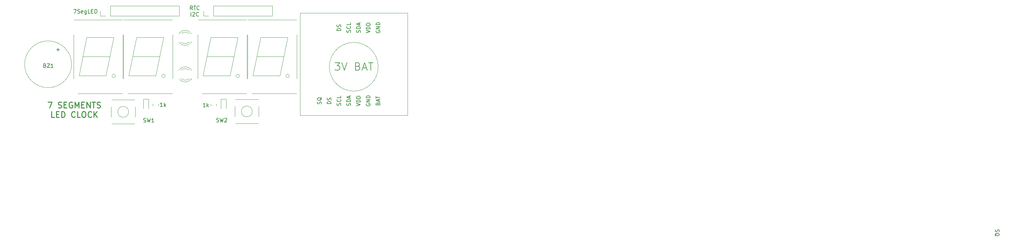
<source format=gbr>
G04 #@! TF.GenerationSoftware,KiCad,Pcbnew,(5.1.5)-2*
G04 #@! TF.CreationDate,2020-04-10T10:41:52+07:00*
G04 #@! TF.ProjectId,KIT_7SegLED_74HC595,4b49545f-3753-4656-974c-45445f373448,rev?*
G04 #@! TF.SameCoordinates,Original*
G04 #@! TF.FileFunction,Legend,Top*
G04 #@! TF.FilePolarity,Positive*
%FSLAX46Y46*%
G04 Gerber Fmt 4.6, Leading zero omitted, Abs format (unit mm)*
G04 Created by KiCad (PCBNEW (5.1.5)-2) date 2020-04-10 10:41:52*
%MOMM*%
%LPD*%
G04 APERTURE LIST*
%ADD10C,0.250000*%
%ADD11C,0.150000*%
%ADD12C,0.120000*%
G04 APERTURE END LIST*
D10*
X135875771Y-54011771D02*
X136875771Y-54011771D01*
X136232914Y-55511771D01*
X138518628Y-55440342D02*
X138732914Y-55511771D01*
X139090057Y-55511771D01*
X139232914Y-55440342D01*
X139304342Y-55368914D01*
X139375771Y-55226057D01*
X139375771Y-55083200D01*
X139304342Y-54940342D01*
X139232914Y-54868914D01*
X139090057Y-54797485D01*
X138804342Y-54726057D01*
X138661485Y-54654628D01*
X138590057Y-54583200D01*
X138518628Y-54440342D01*
X138518628Y-54297485D01*
X138590057Y-54154628D01*
X138661485Y-54083200D01*
X138804342Y-54011771D01*
X139161485Y-54011771D01*
X139375771Y-54083200D01*
X140018628Y-54726057D02*
X140518628Y-54726057D01*
X140732914Y-55511771D02*
X140018628Y-55511771D01*
X140018628Y-54011771D01*
X140732914Y-54011771D01*
X142161485Y-54083200D02*
X142018628Y-54011771D01*
X141804342Y-54011771D01*
X141590057Y-54083200D01*
X141447200Y-54226057D01*
X141375771Y-54368914D01*
X141304342Y-54654628D01*
X141304342Y-54868914D01*
X141375771Y-55154628D01*
X141447200Y-55297485D01*
X141590057Y-55440342D01*
X141804342Y-55511771D01*
X141947200Y-55511771D01*
X142161485Y-55440342D01*
X142232914Y-55368914D01*
X142232914Y-54868914D01*
X141947200Y-54868914D01*
X142875771Y-55511771D02*
X142875771Y-54011771D01*
X143375771Y-55083200D01*
X143875771Y-54011771D01*
X143875771Y-55511771D01*
X144590057Y-54726057D02*
X145090057Y-54726057D01*
X145304342Y-55511771D02*
X144590057Y-55511771D01*
X144590057Y-54011771D01*
X145304342Y-54011771D01*
X145947200Y-55511771D02*
X145947200Y-54011771D01*
X146804342Y-55511771D01*
X146804342Y-54011771D01*
X147304342Y-54011771D02*
X148161485Y-54011771D01*
X147732914Y-55511771D02*
X147732914Y-54011771D01*
X148590057Y-55440342D02*
X148804342Y-55511771D01*
X149161485Y-55511771D01*
X149304342Y-55440342D01*
X149375771Y-55368914D01*
X149447200Y-55226057D01*
X149447200Y-55083200D01*
X149375771Y-54940342D01*
X149304342Y-54868914D01*
X149161485Y-54797485D01*
X148875771Y-54726057D01*
X148732914Y-54654628D01*
X148661485Y-54583200D01*
X148590057Y-54440342D01*
X148590057Y-54297485D01*
X148661485Y-54154628D01*
X148732914Y-54083200D01*
X148875771Y-54011771D01*
X149232914Y-54011771D01*
X149447200Y-54083200D01*
X137518628Y-58011771D02*
X136804342Y-58011771D01*
X136804342Y-56511771D01*
X138018628Y-57226057D02*
X138518628Y-57226057D01*
X138732914Y-58011771D02*
X138018628Y-58011771D01*
X138018628Y-56511771D01*
X138732914Y-56511771D01*
X139375771Y-58011771D02*
X139375771Y-56511771D01*
X139732914Y-56511771D01*
X139947200Y-56583200D01*
X140090057Y-56726057D01*
X140161485Y-56868914D01*
X140232914Y-57154628D01*
X140232914Y-57368914D01*
X140161485Y-57654628D01*
X140090057Y-57797485D01*
X139947200Y-57940342D01*
X139732914Y-58011771D01*
X139375771Y-58011771D01*
X142875771Y-57868914D02*
X142804342Y-57940342D01*
X142590057Y-58011771D01*
X142447200Y-58011771D01*
X142232914Y-57940342D01*
X142090057Y-57797485D01*
X142018628Y-57654628D01*
X141947200Y-57368914D01*
X141947200Y-57154628D01*
X142018628Y-56868914D01*
X142090057Y-56726057D01*
X142232914Y-56583200D01*
X142447200Y-56511771D01*
X142590057Y-56511771D01*
X142804342Y-56583200D01*
X142875771Y-56654628D01*
X144232914Y-58011771D02*
X143518628Y-58011771D01*
X143518628Y-56511771D01*
X145018628Y-56511771D02*
X145304342Y-56511771D01*
X145447200Y-56583200D01*
X145590057Y-56726057D01*
X145661485Y-57011771D01*
X145661485Y-57511771D01*
X145590057Y-57797485D01*
X145447200Y-57940342D01*
X145304342Y-58011771D01*
X145018628Y-58011771D01*
X144875771Y-57940342D01*
X144732914Y-57797485D01*
X144661485Y-57511771D01*
X144661485Y-57011771D01*
X144732914Y-56726057D01*
X144875771Y-56583200D01*
X145018628Y-56511771D01*
X147161485Y-57868914D02*
X147090057Y-57940342D01*
X146875771Y-58011771D01*
X146732914Y-58011771D01*
X146518628Y-57940342D01*
X146375771Y-57797485D01*
X146304342Y-57654628D01*
X146232914Y-57368914D01*
X146232914Y-57154628D01*
X146304342Y-56868914D01*
X146375771Y-56726057D01*
X146518628Y-56583200D01*
X146732914Y-56511771D01*
X146875771Y-56511771D01*
X147090057Y-56583200D01*
X147161485Y-56654628D01*
X147804342Y-58011771D02*
X147804342Y-56511771D01*
X148661485Y-58011771D02*
X148018628Y-57154628D01*
X148661485Y-56511771D02*
X147804342Y-57368914D01*
D11*
X173013809Y-31630880D02*
X173013809Y-30630880D01*
X173442380Y-30726119D02*
X173490000Y-30678500D01*
X173585238Y-30630880D01*
X173823333Y-30630880D01*
X173918571Y-30678500D01*
X173966190Y-30726119D01*
X174013809Y-30821357D01*
X174013809Y-30916595D01*
X173966190Y-31059452D01*
X173394761Y-31630880D01*
X174013809Y-31630880D01*
X175013809Y-31535642D02*
X174966190Y-31583261D01*
X174823333Y-31630880D01*
X174728095Y-31630880D01*
X174585238Y-31583261D01*
X174490000Y-31488023D01*
X174442380Y-31392785D01*
X174394761Y-31202309D01*
X174394761Y-31059452D01*
X174442380Y-30868976D01*
X174490000Y-30773738D01*
X174585238Y-30678500D01*
X174728095Y-30630880D01*
X174823333Y-30630880D01*
X174966190Y-30678500D01*
X175013809Y-30726119D01*
X173418571Y-29979880D02*
X173085238Y-29503690D01*
X172847142Y-29979880D02*
X172847142Y-28979880D01*
X173228095Y-28979880D01*
X173323333Y-29027500D01*
X173370952Y-29075119D01*
X173418571Y-29170357D01*
X173418571Y-29313214D01*
X173370952Y-29408452D01*
X173323333Y-29456071D01*
X173228095Y-29503690D01*
X172847142Y-29503690D01*
X173704285Y-28979880D02*
X174275714Y-28979880D01*
X173990000Y-29979880D02*
X173990000Y-28979880D01*
X175180476Y-29884642D02*
X175132857Y-29932261D01*
X174990000Y-29979880D01*
X174894761Y-29979880D01*
X174751904Y-29932261D01*
X174656666Y-29837023D01*
X174609047Y-29741785D01*
X174561428Y-29551309D01*
X174561428Y-29408452D01*
X174609047Y-29217976D01*
X174656666Y-29122738D01*
X174751904Y-29027500D01*
X174894761Y-28979880D01*
X174990000Y-28979880D01*
X175132857Y-29027500D01*
X175180476Y-29075119D01*
X142557880Y-29868880D02*
X143224547Y-29868880D01*
X142795976Y-30868880D01*
X143557880Y-30821261D02*
X143700738Y-30868880D01*
X143938833Y-30868880D01*
X144034071Y-30821261D01*
X144081690Y-30773642D01*
X144129309Y-30678404D01*
X144129309Y-30583166D01*
X144081690Y-30487928D01*
X144034071Y-30440309D01*
X143938833Y-30392690D01*
X143748357Y-30345071D01*
X143653119Y-30297452D01*
X143605500Y-30249833D01*
X143557880Y-30154595D01*
X143557880Y-30059357D01*
X143605500Y-29964119D01*
X143653119Y-29916500D01*
X143748357Y-29868880D01*
X143986452Y-29868880D01*
X144129309Y-29916500D01*
X144938833Y-30821261D02*
X144843595Y-30868880D01*
X144653119Y-30868880D01*
X144557880Y-30821261D01*
X144510261Y-30726023D01*
X144510261Y-30345071D01*
X144557880Y-30249833D01*
X144653119Y-30202214D01*
X144843595Y-30202214D01*
X144938833Y-30249833D01*
X144986452Y-30345071D01*
X144986452Y-30440309D01*
X144510261Y-30535547D01*
X145843595Y-30202214D02*
X145843595Y-31011738D01*
X145795976Y-31106976D01*
X145748357Y-31154595D01*
X145653119Y-31202214D01*
X145510261Y-31202214D01*
X145415023Y-31154595D01*
X145843595Y-30821261D02*
X145748357Y-30868880D01*
X145557880Y-30868880D01*
X145462642Y-30821261D01*
X145415023Y-30773642D01*
X145367404Y-30678404D01*
X145367404Y-30392690D01*
X145415023Y-30297452D01*
X145462642Y-30249833D01*
X145557880Y-30202214D01*
X145748357Y-30202214D01*
X145843595Y-30249833D01*
X146795976Y-30868880D02*
X146319785Y-30868880D01*
X146319785Y-29868880D01*
X147129309Y-30345071D02*
X147462642Y-30345071D01*
X147605500Y-30868880D02*
X147129309Y-30868880D01*
X147129309Y-29868880D01*
X147605500Y-29868880D01*
X148034071Y-30868880D02*
X148034071Y-29868880D01*
X148272166Y-29868880D01*
X148415023Y-29916500D01*
X148510261Y-30011738D01*
X148557880Y-30106976D01*
X148605500Y-30297452D01*
X148605500Y-30440309D01*
X148557880Y-30630785D01*
X148510261Y-30726023D01*
X148415023Y-30821261D01*
X148272166Y-30868880D01*
X148034071Y-30868880D01*
D12*
X194179500Y-31619500D02*
X194179500Y-28959500D01*
X178879500Y-31619500D02*
X194179500Y-31619500D01*
X178879500Y-28959500D02*
X194179500Y-28959500D01*
X178879500Y-31619500D02*
X178879500Y-28959500D01*
X177609500Y-31619500D02*
X176279500Y-31619500D01*
X176279500Y-31619500D02*
X176279500Y-30289500D01*
X221678500Y-44831000D02*
G75*
G03X221678500Y-44831000I-6350000J0D01*
G01*
X201358500Y-57531000D02*
X229298500Y-57531000D01*
X201358500Y-30861000D02*
X201358500Y-57531000D01*
X229298500Y-30861000D02*
X201358500Y-30861000D01*
X229298500Y-57531000D02*
X229298500Y-30861000D01*
X155460601Y-47916499D02*
X155460601Y-36486499D01*
X168280601Y-47916499D02*
X168280601Y-36486499D01*
X156570601Y-51836499D02*
X168170601Y-51836499D01*
X168170601Y-32566499D02*
X155570601Y-32566499D01*
X158870601Y-37201499D02*
X157870601Y-42201499D01*
X157870601Y-42201499D02*
X156870601Y-47201499D01*
X156870601Y-47201499D02*
X163870601Y-47201499D01*
X163870601Y-47201499D02*
X164870601Y-42201499D01*
X165870601Y-37201499D02*
X164870601Y-42201499D01*
X164870601Y-42201499D02*
X157870601Y-42201499D01*
X158870601Y-37201499D02*
X165870601Y-37201499D01*
X166317815Y-47201499D02*
G75*
G03X166317815Y-47201499I-447214J0D01*
G01*
X142522900Y-47917100D02*
X142522900Y-36487100D01*
X155342900Y-47917100D02*
X155342900Y-36487100D01*
X143632900Y-51837100D02*
X155232900Y-51837100D01*
X155232900Y-32567100D02*
X142632900Y-32567100D01*
X145932900Y-37202100D02*
X144932900Y-42202100D01*
X144932900Y-42202100D02*
X143932900Y-47202100D01*
X143932900Y-47202100D02*
X150932900Y-47202100D01*
X150932900Y-47202100D02*
X151932900Y-42202100D01*
X152932900Y-37202100D02*
X151932900Y-42202100D01*
X151932900Y-42202100D02*
X144932900Y-42202100D01*
X145932900Y-37202100D02*
X152932900Y-37202100D01*
X153380114Y-47202100D02*
G75*
G03X153380114Y-47202100I-447214J0D01*
G01*
X185621815Y-47201499D02*
G75*
G03X185621815Y-47201499I-447214J0D01*
G01*
X178174601Y-37201499D02*
X185174601Y-37201499D01*
X184174601Y-42201499D02*
X177174601Y-42201499D01*
X185174601Y-37201499D02*
X184174601Y-42201499D01*
X183174601Y-47201499D02*
X184174601Y-42201499D01*
X176174601Y-47201499D02*
X183174601Y-47201499D01*
X177174601Y-42201499D02*
X176174601Y-47201499D01*
X178174601Y-37201499D02*
X177174601Y-42201499D01*
X187474601Y-32566499D02*
X174874601Y-32566499D01*
X175874601Y-51836499D02*
X187474601Y-51836499D01*
X187584601Y-47916499D02*
X187584601Y-36486499D01*
X174764601Y-47916499D02*
X174764601Y-36486499D01*
X187715501Y-47916499D02*
X187715501Y-36486499D01*
X200535501Y-47916499D02*
X200535501Y-36486499D01*
X188825501Y-51836499D02*
X200425501Y-51836499D01*
X200425501Y-32566499D02*
X187825501Y-32566499D01*
X191125501Y-37201499D02*
X190125501Y-42201499D01*
X190125501Y-42201499D02*
X189125501Y-47201499D01*
X189125501Y-47201499D02*
X196125501Y-47201499D01*
X196125501Y-47201499D02*
X197125501Y-42201499D01*
X198125501Y-37201499D02*
X197125501Y-42201499D01*
X197125501Y-42201499D02*
X190125501Y-42201499D01*
X191125501Y-37201499D02*
X198125501Y-37201499D01*
X198572715Y-47201499D02*
G75*
G03X198572715Y-47201499I-447214J0D01*
G01*
X173189936Y-36221292D02*
G75*
G03X169957601Y-36064384I-1672335J-1078608D01*
G01*
X173189936Y-38378508D02*
G75*
G02X169957601Y-38535416I-1672335J1078608D01*
G01*
X172558731Y-36220063D02*
G75*
G03X170476640Y-36219900I-1041130J-1079837D01*
G01*
X172558731Y-38379737D02*
G75*
G02X170476640Y-38379900I-1041130J1079837D01*
G01*
X169957601Y-36063900D02*
X169957601Y-36219900D01*
X169957601Y-38379900D02*
X169957601Y-38535900D01*
X173087601Y-45744900D02*
X173087601Y-45588900D01*
X173087601Y-48060900D02*
X173087601Y-47904900D01*
X170486471Y-45745063D02*
G75*
G02X172568562Y-45744900I1041130J-1079837D01*
G01*
X170486471Y-47904737D02*
G75*
G03X172568562Y-47904900I1041130J1079837D01*
G01*
X169855266Y-45746292D02*
G75*
G02X173087601Y-45589384I1672335J-1078608D01*
G01*
X169855266Y-47903508D02*
G75*
G03X173087601Y-48060416I1672335J1078608D01*
G01*
X141990000Y-44186000D02*
G75*
G03X141990000Y-44186000I-6100000J0D01*
G01*
X158516000Y-55248001D02*
X158516000Y-57928001D01*
X152276000Y-57928001D02*
X152276000Y-55248001D01*
X152426000Y-53468001D02*
X158366000Y-53468001D01*
X152426000Y-59708001D02*
X158366000Y-59708001D01*
X156810214Y-56588001D02*
G75*
G03X156810214Y-56588001I-1414214J0D01*
G01*
X188941214Y-56479000D02*
G75*
G03X188941214Y-56479000I-1414214J0D01*
G01*
X184557000Y-59599000D02*
X190497000Y-59599000D01*
X184557000Y-53359000D02*
X190497000Y-53359000D01*
X184407000Y-57819000D02*
X184407000Y-55139000D01*
X190647000Y-55139000D02*
X190647000Y-57819000D01*
X169922500Y-31619500D02*
X169922500Y-28959500D01*
X152082500Y-31619500D02*
X169922500Y-31619500D01*
X152082500Y-28959500D02*
X169922500Y-28959500D01*
X152082500Y-31619500D02*
X152082500Y-28959500D01*
X150812500Y-31619500D02*
X149482500Y-31619500D01*
X149482500Y-31619500D02*
X149482500Y-30289500D01*
X161975000Y-55714500D02*
X161975000Y-53229500D01*
X161975000Y-53229500D02*
X160605000Y-53229500D01*
X160605000Y-53229500D02*
X160605000Y-55714500D01*
X180772600Y-53229800D02*
X180772600Y-55714800D01*
X182142600Y-53229800D02*
X180772600Y-53229800D01*
X182142600Y-55714800D02*
X182142600Y-53229800D01*
X164540000Y-55020978D02*
X164540000Y-54503822D01*
X163120000Y-55020978D02*
X163120000Y-54503822D01*
X178156800Y-55071778D02*
X178156800Y-54554622D01*
X179576800Y-55071778D02*
X179576800Y-54554622D01*
D11*
X382119238Y-87264976D02*
X382071619Y-87407833D01*
X382071619Y-87645928D01*
X382119238Y-87741166D01*
X382166857Y-87788785D01*
X382262095Y-87836404D01*
X382357333Y-87836404D01*
X382452571Y-87788785D01*
X382500190Y-87741166D01*
X382547809Y-87645928D01*
X382595428Y-87455452D01*
X382643047Y-87360214D01*
X382690666Y-87312595D01*
X382785904Y-87264976D01*
X382881142Y-87264976D01*
X382976380Y-87312595D01*
X383024000Y-87360214D01*
X383071619Y-87455452D01*
X383071619Y-87693547D01*
X383024000Y-87836404D01*
X381976380Y-88931642D02*
X382024000Y-88836404D01*
X382119238Y-88741166D01*
X382262095Y-88598309D01*
X382309714Y-88503071D01*
X382309714Y-88407833D01*
X382071619Y-88455452D02*
X382119238Y-88360214D01*
X382214476Y-88264976D01*
X382404952Y-88217357D01*
X382738285Y-88217357D01*
X382928761Y-88264976D01*
X383024000Y-88360214D01*
X383071619Y-88455452D01*
X383071619Y-88645928D01*
X383024000Y-88741166D01*
X382928761Y-88836404D01*
X382738285Y-88884023D01*
X382404952Y-88884023D01*
X382214476Y-88836404D01*
X382119238Y-88741166D01*
X382071619Y-88645928D01*
X382071619Y-88455452D01*
X210423738Y-43735761D02*
X211661833Y-43735761D01*
X210995166Y-44497666D01*
X211280880Y-44497666D01*
X211471357Y-44592904D01*
X211566595Y-44688142D01*
X211661833Y-44878619D01*
X211661833Y-45354809D01*
X211566595Y-45545285D01*
X211471357Y-45640523D01*
X211280880Y-45735761D01*
X210709452Y-45735761D01*
X210518976Y-45640523D01*
X210423738Y-45545285D01*
X212233261Y-43735761D02*
X212899928Y-45735761D01*
X213566595Y-43735761D01*
X216423738Y-44688142D02*
X216709452Y-44783380D01*
X216804690Y-44878619D01*
X216899928Y-45069095D01*
X216899928Y-45354809D01*
X216804690Y-45545285D01*
X216709452Y-45640523D01*
X216518976Y-45735761D01*
X215757071Y-45735761D01*
X215757071Y-43735761D01*
X216423738Y-43735761D01*
X216614214Y-43831000D01*
X216709452Y-43926238D01*
X216804690Y-44116714D01*
X216804690Y-44307190D01*
X216709452Y-44497666D01*
X216614214Y-44592904D01*
X216423738Y-44688142D01*
X215757071Y-44688142D01*
X217661833Y-45164333D02*
X218614214Y-45164333D01*
X217471357Y-45735761D02*
X218138023Y-43735761D01*
X218804690Y-45735761D01*
X219185642Y-43735761D02*
X220328500Y-43735761D01*
X219757071Y-45735761D02*
X219757071Y-43735761D01*
X211970880Y-35409095D02*
X210970880Y-35409095D01*
X210970880Y-35171000D01*
X211018500Y-35028142D01*
X211113738Y-34932904D01*
X211208976Y-34885285D01*
X211399452Y-34837666D01*
X211542309Y-34837666D01*
X211732785Y-34885285D01*
X211828023Y-34932904D01*
X211923261Y-35028142D01*
X211970880Y-35171000D01*
X211970880Y-35409095D01*
X211923261Y-34456714D02*
X211970880Y-34313857D01*
X211970880Y-34075761D01*
X211923261Y-33980523D01*
X211875642Y-33932904D01*
X211780404Y-33885285D01*
X211685166Y-33885285D01*
X211589928Y-33932904D01*
X211542309Y-33980523D01*
X211494690Y-34075761D01*
X211447071Y-34266238D01*
X211399452Y-34361476D01*
X211351833Y-34409095D01*
X211256595Y-34456714D01*
X211161357Y-34456714D01*
X211066119Y-34409095D01*
X211018500Y-34361476D01*
X210970880Y-34266238D01*
X210970880Y-34028142D01*
X211018500Y-33885285D01*
X214463261Y-35861476D02*
X214510880Y-35718619D01*
X214510880Y-35480523D01*
X214463261Y-35385285D01*
X214415642Y-35337666D01*
X214320404Y-35290047D01*
X214225166Y-35290047D01*
X214129928Y-35337666D01*
X214082309Y-35385285D01*
X214034690Y-35480523D01*
X213987071Y-35671000D01*
X213939452Y-35766238D01*
X213891833Y-35813857D01*
X213796595Y-35861476D01*
X213701357Y-35861476D01*
X213606119Y-35813857D01*
X213558500Y-35766238D01*
X213510880Y-35671000D01*
X213510880Y-35432904D01*
X213558500Y-35290047D01*
X214415642Y-34290047D02*
X214463261Y-34337666D01*
X214510880Y-34480523D01*
X214510880Y-34575761D01*
X214463261Y-34718619D01*
X214368023Y-34813857D01*
X214272785Y-34861476D01*
X214082309Y-34909095D01*
X213939452Y-34909095D01*
X213748976Y-34861476D01*
X213653738Y-34813857D01*
X213558500Y-34718619D01*
X213510880Y-34575761D01*
X213510880Y-34480523D01*
X213558500Y-34337666D01*
X213606119Y-34290047D01*
X214510880Y-33385285D02*
X214510880Y-33861476D01*
X213510880Y-33861476D01*
X217003261Y-35885285D02*
X217050880Y-35742428D01*
X217050880Y-35504333D01*
X217003261Y-35409095D01*
X216955642Y-35361476D01*
X216860404Y-35313857D01*
X216765166Y-35313857D01*
X216669928Y-35361476D01*
X216622309Y-35409095D01*
X216574690Y-35504333D01*
X216527071Y-35694809D01*
X216479452Y-35790047D01*
X216431833Y-35837666D01*
X216336595Y-35885285D01*
X216241357Y-35885285D01*
X216146119Y-35837666D01*
X216098500Y-35790047D01*
X216050880Y-35694809D01*
X216050880Y-35456714D01*
X216098500Y-35313857D01*
X217050880Y-34885285D02*
X216050880Y-34885285D01*
X216050880Y-34647190D01*
X216098500Y-34504333D01*
X216193738Y-34409095D01*
X216288976Y-34361476D01*
X216479452Y-34313857D01*
X216622309Y-34313857D01*
X216812785Y-34361476D01*
X216908023Y-34409095D01*
X217003261Y-34504333D01*
X217050880Y-34647190D01*
X217050880Y-34885285D01*
X216765166Y-33932904D02*
X216765166Y-33456714D01*
X217050880Y-34028142D02*
X216050880Y-33694809D01*
X217050880Y-33361476D01*
X218590880Y-36004333D02*
X219590880Y-35671000D01*
X218590880Y-35337666D01*
X219590880Y-35004333D02*
X218590880Y-35004333D01*
X218590880Y-34766238D01*
X218638500Y-34623380D01*
X218733738Y-34528142D01*
X218828976Y-34480523D01*
X219019452Y-34432904D01*
X219162309Y-34432904D01*
X219352785Y-34480523D01*
X219448023Y-34528142D01*
X219543261Y-34623380D01*
X219590880Y-34766238D01*
X219590880Y-35004333D01*
X219590880Y-34004333D02*
X218590880Y-34004333D01*
X218590880Y-33766238D01*
X218638500Y-33623380D01*
X218733738Y-33528142D01*
X218828976Y-33480523D01*
X219019452Y-33432904D01*
X219162309Y-33432904D01*
X219352785Y-33480523D01*
X219448023Y-33528142D01*
X219543261Y-33623380D01*
X219590880Y-33766238D01*
X219590880Y-34004333D01*
X221178500Y-35432904D02*
X221130880Y-35528142D01*
X221130880Y-35671000D01*
X221178500Y-35813857D01*
X221273738Y-35909095D01*
X221368976Y-35956714D01*
X221559452Y-36004333D01*
X221702309Y-36004333D01*
X221892785Y-35956714D01*
X221988023Y-35909095D01*
X222083261Y-35813857D01*
X222130880Y-35671000D01*
X222130880Y-35575761D01*
X222083261Y-35432904D01*
X222035642Y-35385285D01*
X221702309Y-35385285D01*
X221702309Y-35575761D01*
X222130880Y-34956714D02*
X221130880Y-34956714D01*
X222130880Y-34385285D01*
X221130880Y-34385285D01*
X222130880Y-33909095D02*
X221130880Y-33909095D01*
X221130880Y-33671000D01*
X221178500Y-33528142D01*
X221273738Y-33432904D01*
X221368976Y-33385285D01*
X221559452Y-33337666D01*
X221702309Y-33337666D01*
X221892785Y-33385285D01*
X221988023Y-33432904D01*
X222083261Y-33528142D01*
X222130880Y-33671000D01*
X222130880Y-33909095D01*
X206843261Y-54530523D02*
X206890880Y-54387666D01*
X206890880Y-54149571D01*
X206843261Y-54054333D01*
X206795642Y-54006714D01*
X206700404Y-53959095D01*
X206605166Y-53959095D01*
X206509928Y-54006714D01*
X206462309Y-54054333D01*
X206414690Y-54149571D01*
X206367071Y-54340047D01*
X206319452Y-54435285D01*
X206271833Y-54482904D01*
X206176595Y-54530523D01*
X206081357Y-54530523D01*
X205986119Y-54482904D01*
X205938500Y-54435285D01*
X205890880Y-54340047D01*
X205890880Y-54101952D01*
X205938500Y-53959095D01*
X206986119Y-52863857D02*
X206938500Y-52959095D01*
X206843261Y-53054333D01*
X206700404Y-53197190D01*
X206652785Y-53292428D01*
X206652785Y-53387666D01*
X206890880Y-53340047D02*
X206843261Y-53435285D01*
X206748023Y-53530523D01*
X206557547Y-53578142D01*
X206224214Y-53578142D01*
X206033738Y-53530523D01*
X205938500Y-53435285D01*
X205890880Y-53340047D01*
X205890880Y-53149571D01*
X205938500Y-53054333D01*
X206033738Y-52959095D01*
X206224214Y-52911476D01*
X206557547Y-52911476D01*
X206748023Y-52959095D01*
X206843261Y-53054333D01*
X206890880Y-53149571D01*
X206890880Y-53340047D01*
X209430880Y-54459095D02*
X208430880Y-54459095D01*
X208430880Y-54221000D01*
X208478500Y-54078142D01*
X208573738Y-53982904D01*
X208668976Y-53935285D01*
X208859452Y-53887666D01*
X209002309Y-53887666D01*
X209192785Y-53935285D01*
X209288023Y-53982904D01*
X209383261Y-54078142D01*
X209430880Y-54221000D01*
X209430880Y-54459095D01*
X209383261Y-53506714D02*
X209430880Y-53363857D01*
X209430880Y-53125761D01*
X209383261Y-53030523D01*
X209335642Y-52982904D01*
X209240404Y-52935285D01*
X209145166Y-52935285D01*
X209049928Y-52982904D01*
X209002309Y-53030523D01*
X208954690Y-53125761D01*
X208907071Y-53316238D01*
X208859452Y-53411476D01*
X208811833Y-53459095D01*
X208716595Y-53506714D01*
X208621357Y-53506714D01*
X208526119Y-53459095D01*
X208478500Y-53411476D01*
X208430880Y-53316238D01*
X208430880Y-53078142D01*
X208478500Y-52935285D01*
X211923261Y-54911476D02*
X211970880Y-54768619D01*
X211970880Y-54530523D01*
X211923261Y-54435285D01*
X211875642Y-54387666D01*
X211780404Y-54340047D01*
X211685166Y-54340047D01*
X211589928Y-54387666D01*
X211542309Y-54435285D01*
X211494690Y-54530523D01*
X211447071Y-54721000D01*
X211399452Y-54816238D01*
X211351833Y-54863857D01*
X211256595Y-54911476D01*
X211161357Y-54911476D01*
X211066119Y-54863857D01*
X211018500Y-54816238D01*
X210970880Y-54721000D01*
X210970880Y-54482904D01*
X211018500Y-54340047D01*
X211875642Y-53340047D02*
X211923261Y-53387666D01*
X211970880Y-53530523D01*
X211970880Y-53625761D01*
X211923261Y-53768619D01*
X211828023Y-53863857D01*
X211732785Y-53911476D01*
X211542309Y-53959095D01*
X211399452Y-53959095D01*
X211208976Y-53911476D01*
X211113738Y-53863857D01*
X211018500Y-53768619D01*
X210970880Y-53625761D01*
X210970880Y-53530523D01*
X211018500Y-53387666D01*
X211066119Y-53340047D01*
X211970880Y-52435285D02*
X211970880Y-52911476D01*
X210970880Y-52911476D01*
X214463261Y-54935285D02*
X214510880Y-54792428D01*
X214510880Y-54554333D01*
X214463261Y-54459095D01*
X214415642Y-54411476D01*
X214320404Y-54363857D01*
X214225166Y-54363857D01*
X214129928Y-54411476D01*
X214082309Y-54459095D01*
X214034690Y-54554333D01*
X213987071Y-54744809D01*
X213939452Y-54840047D01*
X213891833Y-54887666D01*
X213796595Y-54935285D01*
X213701357Y-54935285D01*
X213606119Y-54887666D01*
X213558500Y-54840047D01*
X213510880Y-54744809D01*
X213510880Y-54506714D01*
X213558500Y-54363857D01*
X214510880Y-53935285D02*
X213510880Y-53935285D01*
X213510880Y-53697190D01*
X213558500Y-53554333D01*
X213653738Y-53459095D01*
X213748976Y-53411476D01*
X213939452Y-53363857D01*
X214082309Y-53363857D01*
X214272785Y-53411476D01*
X214368023Y-53459095D01*
X214463261Y-53554333D01*
X214510880Y-53697190D01*
X214510880Y-53935285D01*
X214225166Y-52982904D02*
X214225166Y-52506714D01*
X214510880Y-53078142D02*
X213510880Y-52744809D01*
X214510880Y-52411476D01*
X216050880Y-55054333D02*
X217050880Y-54721000D01*
X216050880Y-54387666D01*
X217050880Y-54054333D02*
X216050880Y-54054333D01*
X216050880Y-53816238D01*
X216098500Y-53673380D01*
X216193738Y-53578142D01*
X216288976Y-53530523D01*
X216479452Y-53482904D01*
X216622309Y-53482904D01*
X216812785Y-53530523D01*
X216908023Y-53578142D01*
X217003261Y-53673380D01*
X217050880Y-53816238D01*
X217050880Y-54054333D01*
X217050880Y-53054333D02*
X216050880Y-53054333D01*
X216050880Y-52816238D01*
X216098500Y-52673380D01*
X216193738Y-52578142D01*
X216288976Y-52530523D01*
X216479452Y-52482904D01*
X216622309Y-52482904D01*
X216812785Y-52530523D01*
X216908023Y-52578142D01*
X217003261Y-52673380D01*
X217050880Y-52816238D01*
X217050880Y-53054333D01*
X218638500Y-54482904D02*
X218590880Y-54578142D01*
X218590880Y-54721000D01*
X218638500Y-54863857D01*
X218733738Y-54959095D01*
X218828976Y-55006714D01*
X219019452Y-55054333D01*
X219162309Y-55054333D01*
X219352785Y-55006714D01*
X219448023Y-54959095D01*
X219543261Y-54863857D01*
X219590880Y-54721000D01*
X219590880Y-54625761D01*
X219543261Y-54482904D01*
X219495642Y-54435285D01*
X219162309Y-54435285D01*
X219162309Y-54625761D01*
X219590880Y-54006714D02*
X218590880Y-54006714D01*
X219590880Y-53435285D01*
X218590880Y-53435285D01*
X219590880Y-52959095D02*
X218590880Y-52959095D01*
X218590880Y-52721000D01*
X218638500Y-52578142D01*
X218733738Y-52482904D01*
X218828976Y-52435285D01*
X219019452Y-52387666D01*
X219162309Y-52387666D01*
X219352785Y-52435285D01*
X219448023Y-52482904D01*
X219543261Y-52578142D01*
X219590880Y-52721000D01*
X219590880Y-52959095D01*
X221607071Y-54459095D02*
X221654690Y-54316238D01*
X221702309Y-54268619D01*
X221797547Y-54221000D01*
X221940404Y-54221000D01*
X222035642Y-54268619D01*
X222083261Y-54316238D01*
X222130880Y-54411476D01*
X222130880Y-54792428D01*
X221130880Y-54792428D01*
X221130880Y-54459095D01*
X221178500Y-54363857D01*
X221226119Y-54316238D01*
X221321357Y-54268619D01*
X221416595Y-54268619D01*
X221511833Y-54316238D01*
X221559452Y-54363857D01*
X221607071Y-54459095D01*
X221607071Y-54792428D01*
X221845166Y-53840047D02*
X221845166Y-53363857D01*
X222130880Y-53935285D02*
X221130880Y-53601952D01*
X222130880Y-53268619D01*
X221130880Y-53078142D02*
X221130880Y-52506714D01*
X222130880Y-52792428D02*
X221130880Y-52792428D01*
X135072547Y-44505571D02*
X135215404Y-44553190D01*
X135263023Y-44600809D01*
X135310642Y-44696047D01*
X135310642Y-44838904D01*
X135263023Y-44934142D01*
X135215404Y-44981761D01*
X135120166Y-45029380D01*
X134739214Y-45029380D01*
X134739214Y-44029380D01*
X135072547Y-44029380D01*
X135167785Y-44077000D01*
X135215404Y-44124619D01*
X135263023Y-44219857D01*
X135263023Y-44315095D01*
X135215404Y-44410333D01*
X135167785Y-44457952D01*
X135072547Y-44505571D01*
X134739214Y-44505571D01*
X135643976Y-44029380D02*
X136310642Y-44029380D01*
X135643976Y-45029380D01*
X136310642Y-45029380D01*
X137215404Y-45029380D02*
X136643976Y-45029380D01*
X136929690Y-45029380D02*
X136929690Y-44029380D01*
X136834452Y-44172238D01*
X136739214Y-44267476D01*
X136643976Y-44315095D01*
X138501428Y-40756952D02*
X138501428Y-39995047D01*
X138882380Y-40376000D02*
X138120476Y-40376000D01*
X160718666Y-59231161D02*
X160861523Y-59278780D01*
X161099619Y-59278780D01*
X161194857Y-59231161D01*
X161242476Y-59183542D01*
X161290095Y-59088304D01*
X161290095Y-58993066D01*
X161242476Y-58897828D01*
X161194857Y-58850209D01*
X161099619Y-58802590D01*
X160909142Y-58754971D01*
X160813904Y-58707352D01*
X160766285Y-58659733D01*
X160718666Y-58564495D01*
X160718666Y-58469257D01*
X160766285Y-58374019D01*
X160813904Y-58326400D01*
X160909142Y-58278780D01*
X161147238Y-58278780D01*
X161290095Y-58326400D01*
X161623428Y-58278780D02*
X161861523Y-59278780D01*
X162052000Y-58564495D01*
X162242476Y-59278780D01*
X162480571Y-58278780D01*
X163385333Y-59278780D02*
X162813904Y-59278780D01*
X163099619Y-59278780D02*
X163099619Y-58278780D01*
X163004380Y-58421638D01*
X162909142Y-58516876D01*
X162813904Y-58564495D01*
X179667066Y-59180361D02*
X179809923Y-59227980D01*
X180048019Y-59227980D01*
X180143257Y-59180361D01*
X180190876Y-59132742D01*
X180238495Y-59037504D01*
X180238495Y-58942266D01*
X180190876Y-58847028D01*
X180143257Y-58799409D01*
X180048019Y-58751790D01*
X179857542Y-58704171D01*
X179762304Y-58656552D01*
X179714685Y-58608933D01*
X179667066Y-58513695D01*
X179667066Y-58418457D01*
X179714685Y-58323219D01*
X179762304Y-58275600D01*
X179857542Y-58227980D01*
X180095638Y-58227980D01*
X180238495Y-58275600D01*
X180571828Y-58227980D02*
X180809923Y-59227980D01*
X181000400Y-58513695D01*
X181190876Y-59227980D01*
X181428971Y-58227980D01*
X181762304Y-58323219D02*
X181809923Y-58275600D01*
X181905161Y-58227980D01*
X182143257Y-58227980D01*
X182238495Y-58275600D01*
X182286114Y-58323219D01*
X182333733Y-58418457D01*
X182333733Y-58513695D01*
X182286114Y-58656552D01*
X181714685Y-59227980D01*
X182333733Y-59227980D01*
X165641352Y-55214780D02*
X165069923Y-55214780D01*
X165355638Y-55214780D02*
X165355638Y-54214780D01*
X165260400Y-54357638D01*
X165165161Y-54452876D01*
X165069923Y-54500495D01*
X166069923Y-55214780D02*
X166069923Y-54214780D01*
X166165161Y-54833828D02*
X166450876Y-55214780D01*
X166450876Y-54548114D02*
X166069923Y-54929066D01*
X176766552Y-55265580D02*
X176195123Y-55265580D01*
X176480838Y-55265580D02*
X176480838Y-54265580D01*
X176385600Y-54408438D01*
X176290361Y-54503676D01*
X176195123Y-54551295D01*
X177195123Y-55265580D02*
X177195123Y-54265580D01*
X177290361Y-54884628D02*
X177576076Y-55265580D01*
X177576076Y-54598914D02*
X177195123Y-54979866D01*
M02*

</source>
